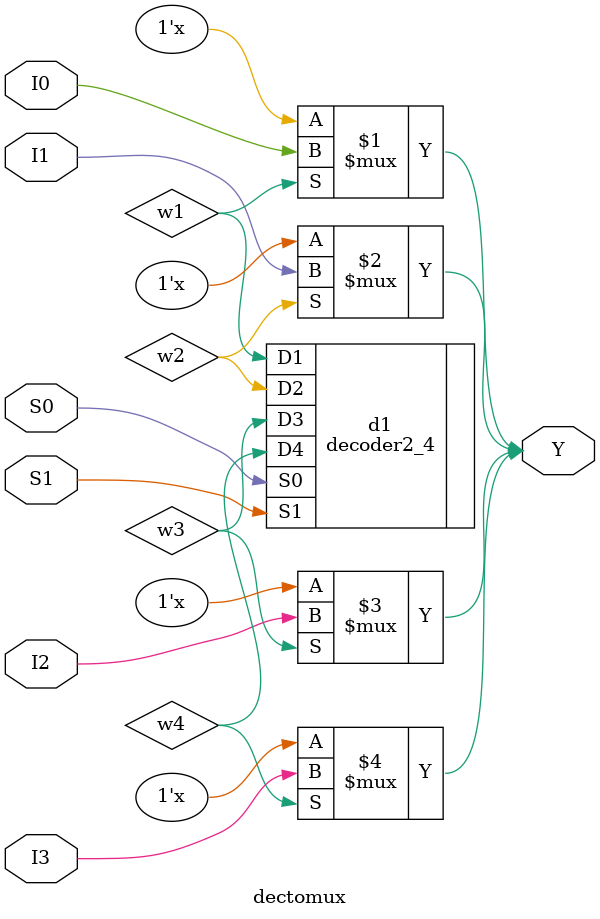
<source format=v>
module dectomux(S0, S1,I0,I1,I2,I3,Y);

input S0, S1, I0,I1,I2,I3;
output Y;
wire w1,w2,w3,w4;

decoder2_4 d1(.S1(S1), .S0(S0), .D1(w1), .D2(w2), .D3(w3), .D4(w4));


bufif1 b1(Y,I0, w1);
bufif1 b2(Y,I1, w2);
bufif1 b3(Y,I2, w3);
bufif1 b4(Y,I3, w4);
endmodule
</source>
